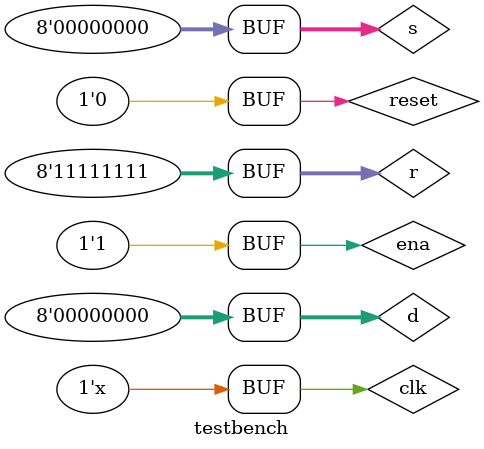
<source format=sv>
`timescale 1ns / 1ps

module testbench
(
);

bit clk, reset,ena;
	
initial 
begin
	clk		= 1'b0;
	reset	= 1'b0;
	
#30	reset 	= 1'b1;
#5	reset 	= 1'b0;
end

initial
begin
	ena		= 1'b0;
#20	ena		= 1'b1;
end


always 
  #5  clk = !clk; 


bit	[7:0]d;

initial 
begin
	d = 8'b0;
#10 d = 8'b11111111;
#50	d = 8'b0;
end


bit	[7:0]DFF_q;  
DFF #(8) DFF_inst(.clrn(!reset),.clk(clk),.d(d),.q(DFF_q));

bit	[7:0]DFFE_q;
DFFE #(8) DFFE_inst(.clrn(!reset), .clk(clk), .d(d), .q(DFFE_q));

bit	[7:0]SRFF_q;
bit [7:0]s;
bit [7:0]r;
initial 
begin
	s = 8'b0;
	r = 8'b0;
#10 s = 8'b11111111;
#45 s = 8'b0;
	r = 8'b11111111;
end

SRFFE #(8) SRFF_inst(.clrn(!reset), .clk(clk), .ena(ena), .s(s), .r(r), .q(SRFF_q));

endmodule:testbench
</source>
